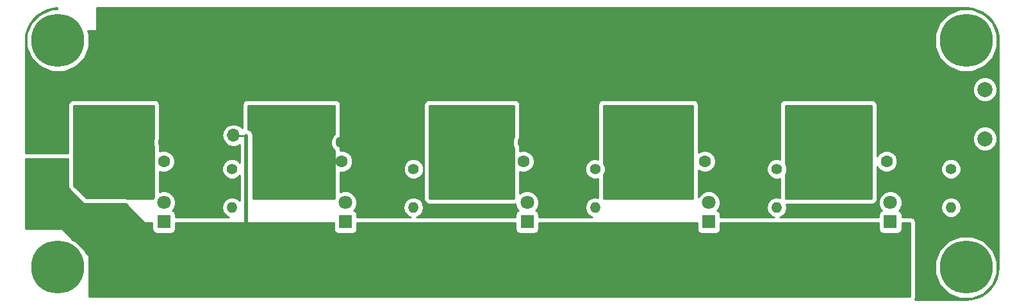
<source format=gbr>
G04 #@! TF.GenerationSoftware,KiCad,Pcbnew,5.0.2+dfsg1-1*
G04 #@! TF.CreationDate,2020-06-21T14:15:28-04:00*
G04 #@! TF.ProjectId,powerpoledist,706f7765-7270-46f6-9c65-646973742e6b,rev?*
G04 #@! TF.SameCoordinates,Original*
G04 #@! TF.FileFunction,Copper,L2,Bot*
G04 #@! TF.FilePolarity,Positive*
%FSLAX46Y46*%
G04 Gerber Fmt 4.6, Leading zero omitted, Abs format (unit mm)*
G04 Created by KiCad (PCBNEW 5.0.2+dfsg1-1) date Sun 21 Jun 2020 02:15:28 PM EDT*
%MOMM*%
%LPD*%
G01*
G04 APERTURE LIST*
G04 #@! TA.AperFunction,ComponentPad*
%ADD10O,5.550000X2.100000*%
G04 #@! TD*
G04 #@! TA.AperFunction,ComponentPad*
%ADD11O,2.250000X3.200000*%
G04 #@! TD*
G04 #@! TA.AperFunction,ComponentPad*
%ADD12C,1.800000*%
G04 #@! TD*
G04 #@! TA.AperFunction,ComponentPad*
%ADD13R,1.800000X1.800000*%
G04 #@! TD*
G04 #@! TA.AperFunction,ComponentPad*
%ADD14O,1.400000X1.400000*%
G04 #@! TD*
G04 #@! TA.AperFunction,ComponentPad*
%ADD15C,1.400000*%
G04 #@! TD*
G04 #@! TA.AperFunction,ComponentPad*
%ADD16C,2.000000*%
G04 #@! TD*
G04 #@! TA.AperFunction,ComponentPad*
%ADD17C,1.600000*%
G04 #@! TD*
G04 #@! TA.AperFunction,ComponentPad*
%ADD18C,7.000000*%
G04 #@! TD*
G04 #@! TA.AperFunction,ComponentPad*
%ADD19C,0.800000*%
G04 #@! TD*
G04 #@! TA.AperFunction,ComponentPad*
%ADD20R,1.700000X1.700000*%
G04 #@! TD*
G04 #@! TA.AperFunction,ComponentPad*
%ADD21O,1.700000X1.700000*%
G04 #@! TD*
G04 #@! TA.AperFunction,ViaPad*
%ADD22C,0.800000*%
G04 #@! TD*
G04 #@! TA.AperFunction,Conductor*
%ADD23C,0.500000*%
G04 #@! TD*
G04 #@! TA.AperFunction,Conductor*
%ADD24C,0.250000*%
G04 #@! TD*
G04 #@! TA.AperFunction,Conductor*
%ADD25C,0.254000*%
G04 #@! TD*
G04 APERTURE END LIST*
D10*
G04 #@! TO.P,J1,2*
G04 #@! TO.N,GND*
X102700000Y-63200000D03*
G04 #@! TO.P,J1,1*
G04 #@! TO.N,Net-(C1-Pad1)*
X94800000Y-63200000D03*
G04 #@! TD*
G04 #@! TO.P,J2,2*
G04 #@! TO.N,GND*
X126400000Y-63200000D03*
G04 #@! TO.P,J2,1*
G04 #@! TO.N,Net-(C3-Pad1)*
X118500000Y-63200000D03*
G04 #@! TD*
G04 #@! TO.P,J3,2*
G04 #@! TO.N,GND*
X150100000Y-63200000D03*
G04 #@! TO.P,J3,1*
G04 #@! TO.N,Net-(C5-Pad1)*
X142200000Y-63200000D03*
G04 #@! TD*
G04 #@! TO.P,J4,2*
G04 #@! TO.N,GND*
X173800000Y-63200000D03*
G04 #@! TO.P,J4,1*
G04 #@! TO.N,Net-(C7-Pad1)*
X165900000Y-63200000D03*
G04 #@! TD*
G04 #@! TO.P,J5,2*
G04 #@! TO.N,GND*
X197500000Y-63200000D03*
G04 #@! TO.P,J5,1*
G04 #@! TO.N,Net-(C10-Pad1)*
X189600000Y-63200000D03*
G04 #@! TD*
D11*
G04 #@! TO.P,F1,2*
G04 #@! TO.N,+12V*
X92600000Y-80830000D03*
X96000000Y-80830000D03*
G04 #@! TO.P,F1,1*
G04 #@! TO.N,Net-(C1-Pad1)*
X92600000Y-71100000D03*
X96000000Y-71100000D03*
G04 #@! TD*
G04 #@! TO.P,F2,2*
G04 #@! TO.N,+12V*
X116600000Y-80730000D03*
X120000000Y-80730000D03*
G04 #@! TO.P,F2,1*
G04 #@! TO.N,Net-(C3-Pad1)*
X116600000Y-71000000D03*
X120000000Y-71000000D03*
G04 #@! TD*
G04 #@! TO.P,F3,2*
G04 #@! TO.N,+12V*
X140600000Y-80730000D03*
X144000000Y-80730000D03*
G04 #@! TO.P,F3,1*
G04 #@! TO.N,Net-(C5-Pad1)*
X140600000Y-71000000D03*
X144000000Y-71000000D03*
G04 #@! TD*
G04 #@! TO.P,F4,2*
G04 #@! TO.N,+12V*
X164600000Y-80730000D03*
X168000000Y-80730000D03*
G04 #@! TO.P,F4,1*
G04 #@! TO.N,Net-(C7-Pad1)*
X164600000Y-71000000D03*
X168000000Y-71000000D03*
G04 #@! TD*
G04 #@! TO.P,F5,2*
G04 #@! TO.N,+12V*
X188600000Y-80730000D03*
X192000000Y-80730000D03*
G04 #@! TO.P,F5,1*
G04 #@! TO.N,Net-(C10-Pad1)*
X188600000Y-71000000D03*
X192000000Y-71000000D03*
G04 #@! TD*
D12*
G04 #@! TO.P,D4,2*
G04 #@! TO.N,Net-(D3-Pad2)*
X124000000Y-74460000D03*
D13*
G04 #@! TO.P,D4,1*
G04 #@! TO.N,Net-(D1-Pad1)*
X124000000Y-77000000D03*
G04 #@! TD*
G04 #@! TO.P,D10,1*
G04 #@! TO.N,Net-(D1-Pad1)*
X196000000Y-77000000D03*
D12*
G04 #@! TO.P,D10,2*
G04 #@! TO.N,Net-(D10-Pad2)*
X196000000Y-74460000D03*
G04 #@! TD*
D13*
G04 #@! TO.P,D2,1*
G04 #@! TO.N,Net-(D1-Pad1)*
X100000000Y-77000000D03*
D12*
G04 #@! TO.P,D2,2*
G04 #@! TO.N,Net-(D1-Pad2)*
X100000000Y-74460000D03*
G04 #@! TD*
G04 #@! TO.P,D6,2*
G04 #@! TO.N,Net-(D5-Pad2)*
X148000000Y-74460000D03*
D13*
G04 #@! TO.P,D6,1*
G04 #@! TO.N,Net-(D1-Pad1)*
X148000000Y-77000000D03*
G04 #@! TD*
G04 #@! TO.P,D8,1*
G04 #@! TO.N,Net-(D1-Pad1)*
X172000000Y-77000000D03*
D12*
G04 #@! TO.P,D8,2*
G04 #@! TO.N,Net-(D7-Pad2)*
X172000000Y-74460000D03*
G04 #@! TD*
D14*
G04 #@! TO.P,R2,2*
G04 #@! TO.N,Net-(D1-Pad2)*
X109000000Y-75080000D03*
D15*
G04 #@! TO.P,R2,1*
G04 #@! TO.N,Net-(C1-Pad1)*
X109000000Y-70000000D03*
G04 #@! TD*
G04 #@! TO.P,R4,1*
G04 #@! TO.N,Net-(C3-Pad1)*
X133000000Y-70000000D03*
D14*
G04 #@! TO.P,R4,2*
G04 #@! TO.N,Net-(D3-Pad2)*
X133000000Y-75080000D03*
G04 #@! TD*
D15*
G04 #@! TO.P,R6,1*
G04 #@! TO.N,Net-(C5-Pad1)*
X157000000Y-70000000D03*
D14*
G04 #@! TO.P,R6,2*
G04 #@! TO.N,Net-(D5-Pad2)*
X157000000Y-75080000D03*
G04 #@! TD*
G04 #@! TO.P,R8,2*
G04 #@! TO.N,Net-(D7-Pad2)*
X181000000Y-75080000D03*
D15*
G04 #@! TO.P,R8,1*
G04 #@! TO.N,Net-(C7-Pad1)*
X181000000Y-70000000D03*
G04 #@! TD*
G04 #@! TO.P,R10,1*
G04 #@! TO.N,Net-(C10-Pad1)*
X204000000Y-70000000D03*
D14*
G04 #@! TO.P,R10,2*
G04 #@! TO.N,Net-(D10-Pad2)*
X204000000Y-75080000D03*
G04 #@! TD*
D16*
G04 #@! TO.P,SW1,2*
G04 #@! TO.N,Net-(D1-Pad1)*
X208500000Y-66000000D03*
G04 #@! TO.P,SW1,1*
G04 #@! TO.N,GND*
X204000000Y-66000000D03*
G04 #@! TO.P,SW1,2*
G04 #@! TO.N,Net-(D1-Pad1)*
X208500000Y-59500000D03*
G04 #@! TO.P,SW1,1*
G04 #@! TO.N,GND*
X204000000Y-59500000D03*
G04 #@! TD*
D17*
G04 #@! TO.P,C2,2*
G04 #@! TO.N,GND*
X100000000Y-66500000D03*
G04 #@! TO.P,C2,1*
G04 #@! TO.N,Net-(C1-Pad1)*
X100000000Y-69000000D03*
G04 #@! TD*
G04 #@! TO.P,C4,1*
G04 #@! TO.N,Net-(C3-Pad1)*
X123500000Y-69000000D03*
G04 #@! TO.P,C4,2*
G04 #@! TO.N,GND*
X123500000Y-66500000D03*
G04 #@! TD*
G04 #@! TO.P,C6,2*
G04 #@! TO.N,GND*
X147500000Y-66500000D03*
G04 #@! TO.P,C6,1*
G04 #@! TO.N,Net-(C5-Pad1)*
X147500000Y-69000000D03*
G04 #@! TD*
G04 #@! TO.P,C8,1*
G04 #@! TO.N,Net-(C7-Pad1)*
X171500000Y-69000000D03*
G04 #@! TO.P,C8,2*
G04 #@! TO.N,GND*
X171500000Y-66500000D03*
G04 #@! TD*
G04 #@! TO.P,C10,1*
G04 #@! TO.N,Net-(C10-Pad1)*
X195500000Y-69000000D03*
G04 #@! TO.P,C10,2*
G04 #@! TO.N,GND*
X195500000Y-66500000D03*
G04 #@! TD*
D18*
G04 #@! TO.P,H1,1*
G04 #@! TO.N,N/C*
X86000000Y-83000000D03*
D19*
X88625000Y-83000000D03*
X87856155Y-84856155D03*
X86000000Y-85625000D03*
X84143845Y-84856155D03*
X83375000Y-83000000D03*
X84143845Y-81143845D03*
X86000000Y-80375000D03*
X87856155Y-81143845D03*
G04 #@! TD*
G04 #@! TO.P,H2,1*
G04 #@! TO.N,N/C*
X207856155Y-51143845D03*
X206000000Y-50375000D03*
X204143845Y-51143845D03*
X203375000Y-53000000D03*
X204143845Y-54856155D03*
X206000000Y-55625000D03*
X207856155Y-54856155D03*
X208625000Y-53000000D03*
D18*
X206000000Y-53000000D03*
G04 #@! TD*
D19*
G04 #@! TO.P,H3,1*
G04 #@! TO.N,N/C*
X207856155Y-81143845D03*
X206000000Y-80375000D03*
X204143845Y-81143845D03*
X203375000Y-83000000D03*
X204143845Y-84856155D03*
X206000000Y-85625000D03*
X207856155Y-84856155D03*
X208625000Y-83000000D03*
D18*
X206000000Y-83000000D03*
G04 #@! TD*
G04 #@! TO.P,H4,1*
G04 #@! TO.N,Net-(H4-Pad1)*
X86000000Y-53000000D03*
D19*
X88625000Y-53000000D03*
X87856155Y-54856155D03*
X86000000Y-55625000D03*
X84143845Y-54856155D03*
X83375000Y-53000000D03*
X84143845Y-51143845D03*
X86000000Y-50375000D03*
X87856155Y-51143845D03*
G04 #@! TD*
D20*
G04 #@! TO.P,J101,1*
G04 #@! TO.N,GND*
X109200000Y-63000000D03*
D21*
G04 #@! TO.P,J101,2*
G04 #@! TO.N,+12V*
X109200000Y-65540000D03*
G04 #@! TD*
D22*
G04 #@! TO.N,GND*
X88600000Y-58000000D03*
G04 #@! TD*
D23*
G04 #@! TO.N,+12V*
X116600000Y-80730000D02*
X112330000Y-80730000D01*
X112330000Y-80730000D02*
X110900000Y-79300000D01*
X110900000Y-79300000D02*
X110900000Y-65600000D01*
D24*
X110900000Y-65600000D02*
X109300000Y-65600000D01*
G04 #@! TD*
D25*
G04 #@! TO.N,Net-(C1-Pad1)*
G36*
X98673000Y-65953826D02*
X98565000Y-66214561D01*
X98565000Y-66785439D01*
X98673000Y-67046174D01*
X98673000Y-73652514D01*
X98581672Y-73873000D01*
X95040219Y-73873000D01*
X95000000Y-73865000D01*
X89763026Y-73865000D01*
X88135000Y-72236974D01*
X88135000Y-68500000D01*
X88127000Y-68459781D01*
X88127000Y-61627000D01*
X98673000Y-61627000D01*
X98673000Y-65953826D01*
X98673000Y-65953826D01*
G37*
X98673000Y-65953826D02*
X98565000Y-66214561D01*
X98565000Y-66785439D01*
X98673000Y-67046174D01*
X98673000Y-73652514D01*
X98581672Y-73873000D01*
X95040219Y-73873000D01*
X95000000Y-73865000D01*
X89763026Y-73865000D01*
X88135000Y-72236974D01*
X88135000Y-68500000D01*
X88127000Y-68459781D01*
X88127000Y-61627000D01*
X98673000Y-61627000D01*
X98673000Y-65953826D01*
G04 #@! TO.N,Net-(C3-Pad1)*
G36*
X122573000Y-65397604D02*
X122283466Y-65687138D01*
X122065000Y-66214561D01*
X122065000Y-66785439D01*
X122283466Y-67312862D01*
X122573000Y-67602396D01*
X122573000Y-73893935D01*
X122572006Y-73896334D01*
X111785000Y-73896334D01*
X111785000Y-65512835D01*
X111733652Y-65254690D01*
X111538049Y-64961951D01*
X111245310Y-64766348D01*
X111127000Y-64742815D01*
X111127000Y-61627000D01*
X122573000Y-61627000D01*
X122573000Y-65397604D01*
X122573000Y-65397604D01*
G37*
X122573000Y-65397604D02*
X122283466Y-65687138D01*
X122065000Y-66214561D01*
X122065000Y-66785439D01*
X122283466Y-67312862D01*
X122573000Y-67602396D01*
X122573000Y-73893935D01*
X122572006Y-73896334D01*
X111785000Y-73896334D01*
X111785000Y-65512835D01*
X111733652Y-65254690D01*
X111538049Y-64961951D01*
X111245310Y-64766348D01*
X111127000Y-64742815D01*
X111127000Y-61627000D01*
X122573000Y-61627000D01*
X122573000Y-65397604D01*
G04 #@! TO.N,Net-(C5-Pad1)*
G36*
X146273000Y-65712405D02*
X146065000Y-66214561D01*
X146065000Y-66785439D01*
X146273000Y-67287595D01*
X146273000Y-73873000D01*
X135127000Y-73873000D01*
X135127000Y-61627000D01*
X146273000Y-61627000D01*
X146273000Y-65712405D01*
X146273000Y-65712405D01*
G37*
X146273000Y-65712405D02*
X146065000Y-66214561D01*
X146065000Y-66785439D01*
X146273000Y-67287595D01*
X146273000Y-73873000D01*
X135127000Y-73873000D01*
X135127000Y-61627000D01*
X146273000Y-61627000D01*
X146273000Y-65712405D01*
G04 #@! TO.N,Net-(C7-Pad1)*
G36*
X169873000Y-73873000D02*
X158127000Y-73873000D01*
X158127000Y-70760975D01*
X158131758Y-70756217D01*
X158335000Y-70265548D01*
X158335000Y-69734452D01*
X158131758Y-69243783D01*
X158127000Y-69239025D01*
X158127000Y-61627000D01*
X169873000Y-61627000D01*
X169873000Y-73873000D01*
X169873000Y-73873000D01*
G37*
X169873000Y-73873000D02*
X158127000Y-73873000D01*
X158127000Y-70760975D01*
X158131758Y-70756217D01*
X158335000Y-70265548D01*
X158335000Y-69734452D01*
X158131758Y-69243783D01*
X158127000Y-69239025D01*
X158127000Y-61627000D01*
X169873000Y-61627000D01*
X169873000Y-73873000D01*
G04 #@! TO.N,Net-(C10-Pad1)*
G36*
X193473000Y-73914509D02*
X182127000Y-73914509D01*
X182127000Y-70760975D01*
X182131758Y-70756217D01*
X182335000Y-70265548D01*
X182335000Y-69734452D01*
X182131758Y-69243783D01*
X182127000Y-69239025D01*
X182127000Y-61627000D01*
X193473000Y-61627000D01*
X193473000Y-73914509D01*
X193473000Y-73914509D01*
G37*
X193473000Y-73914509D02*
X182127000Y-73914509D01*
X182127000Y-70760975D01*
X182131758Y-70756217D01*
X182335000Y-70265548D01*
X182335000Y-69734452D01*
X182131758Y-69243783D01*
X182127000Y-69239025D01*
X182127000Y-61627000D01*
X193473000Y-61627000D01*
X193473000Y-73914509D01*
G04 #@! TO.N,+12V*
G36*
X87373000Y-72500000D02*
X87382667Y-72548601D01*
X87410197Y-72589803D01*
X89410197Y-74589803D01*
X89451399Y-74617333D01*
X89500000Y-74627000D01*
X94947394Y-74627000D01*
X97410197Y-77089803D01*
X97451399Y-77117333D01*
X97500000Y-77127000D01*
X98452560Y-77127000D01*
X98452560Y-77900000D01*
X98501843Y-78147765D01*
X98642191Y-78357809D01*
X98852235Y-78498157D01*
X99100000Y-78547440D01*
X100900000Y-78547440D01*
X101147765Y-78498157D01*
X101357809Y-78357809D01*
X101498157Y-78147765D01*
X101547440Y-77900000D01*
X101547440Y-77127000D01*
X122452560Y-77127000D01*
X122452560Y-77900000D01*
X122501843Y-78147765D01*
X122642191Y-78357809D01*
X122852235Y-78498157D01*
X123100000Y-78547440D01*
X124900000Y-78547440D01*
X125147765Y-78498157D01*
X125357809Y-78357809D01*
X125498157Y-78147765D01*
X125547440Y-77900000D01*
X125547440Y-77127000D01*
X146452560Y-77127000D01*
X146452560Y-77900000D01*
X146501843Y-78147765D01*
X146642191Y-78357809D01*
X146852235Y-78498157D01*
X147100000Y-78547440D01*
X148900000Y-78547440D01*
X149147765Y-78498157D01*
X149357809Y-78357809D01*
X149498157Y-78147765D01*
X149547440Y-77900000D01*
X149547440Y-77127000D01*
X170452560Y-77127000D01*
X170452560Y-77900000D01*
X170501843Y-78147765D01*
X170642191Y-78357809D01*
X170852235Y-78498157D01*
X171100000Y-78547440D01*
X172900000Y-78547440D01*
X173147765Y-78498157D01*
X173357809Y-78357809D01*
X173498157Y-78147765D01*
X173547440Y-77900000D01*
X173547440Y-77127000D01*
X194452560Y-77127000D01*
X194452560Y-77900000D01*
X194501843Y-78147765D01*
X194642191Y-78357809D01*
X194852235Y-78498157D01*
X195100000Y-78547440D01*
X196900000Y-78547440D01*
X197147765Y-78498157D01*
X197357809Y-78357809D01*
X197498157Y-78147765D01*
X197547440Y-77900000D01*
X197547440Y-77127000D01*
X198591485Y-77127000D01*
X198591485Y-86873000D01*
X90127000Y-86873000D01*
X90127000Y-83841817D01*
X90135000Y-83822503D01*
X90135000Y-82177497D01*
X90127000Y-82158183D01*
X90127000Y-81500000D01*
X90117333Y-81451399D01*
X90089803Y-81410197D01*
X89624395Y-80944789D01*
X89505483Y-80657711D01*
X88342289Y-79494517D01*
X88055211Y-79375605D01*
X86589803Y-77910197D01*
X86548601Y-77882667D01*
X86500000Y-77873000D01*
X81710000Y-77873000D01*
X81710000Y-68627000D01*
X87373000Y-68627000D01*
X87373000Y-72500000D01*
X87373000Y-72500000D01*
G37*
X87373000Y-72500000D02*
X87382667Y-72548601D01*
X87410197Y-72589803D01*
X89410197Y-74589803D01*
X89451399Y-74617333D01*
X89500000Y-74627000D01*
X94947394Y-74627000D01*
X97410197Y-77089803D01*
X97451399Y-77117333D01*
X97500000Y-77127000D01*
X98452560Y-77127000D01*
X98452560Y-77900000D01*
X98501843Y-78147765D01*
X98642191Y-78357809D01*
X98852235Y-78498157D01*
X99100000Y-78547440D01*
X100900000Y-78547440D01*
X101147765Y-78498157D01*
X101357809Y-78357809D01*
X101498157Y-78147765D01*
X101547440Y-77900000D01*
X101547440Y-77127000D01*
X122452560Y-77127000D01*
X122452560Y-77900000D01*
X122501843Y-78147765D01*
X122642191Y-78357809D01*
X122852235Y-78498157D01*
X123100000Y-78547440D01*
X124900000Y-78547440D01*
X125147765Y-78498157D01*
X125357809Y-78357809D01*
X125498157Y-78147765D01*
X125547440Y-77900000D01*
X125547440Y-77127000D01*
X146452560Y-77127000D01*
X146452560Y-77900000D01*
X146501843Y-78147765D01*
X146642191Y-78357809D01*
X146852235Y-78498157D01*
X147100000Y-78547440D01*
X148900000Y-78547440D01*
X149147765Y-78498157D01*
X149357809Y-78357809D01*
X149498157Y-78147765D01*
X149547440Y-77900000D01*
X149547440Y-77127000D01*
X170452560Y-77127000D01*
X170452560Y-77900000D01*
X170501843Y-78147765D01*
X170642191Y-78357809D01*
X170852235Y-78498157D01*
X171100000Y-78547440D01*
X172900000Y-78547440D01*
X173147765Y-78498157D01*
X173357809Y-78357809D01*
X173498157Y-78147765D01*
X173547440Y-77900000D01*
X173547440Y-77127000D01*
X194452560Y-77127000D01*
X194452560Y-77900000D01*
X194501843Y-78147765D01*
X194642191Y-78357809D01*
X194852235Y-78498157D01*
X195100000Y-78547440D01*
X196900000Y-78547440D01*
X197147765Y-78498157D01*
X197357809Y-78357809D01*
X197498157Y-78147765D01*
X197547440Y-77900000D01*
X197547440Y-77127000D01*
X198591485Y-77127000D01*
X198591485Y-86873000D01*
X90127000Y-86873000D01*
X90127000Y-83841817D01*
X90135000Y-83822503D01*
X90135000Y-82177497D01*
X90127000Y-82158183D01*
X90127000Y-81500000D01*
X90117333Y-81451399D01*
X90089803Y-81410197D01*
X89624395Y-80944789D01*
X89505483Y-80657711D01*
X88342289Y-79494517D01*
X88055211Y-79375605D01*
X86589803Y-77910197D01*
X86548601Y-77882667D01*
X86500000Y-77873000D01*
X81710000Y-77873000D01*
X81710000Y-68627000D01*
X87373000Y-68627000D01*
X87373000Y-72500000D01*
G04 #@! TO.N,GND*
G36*
X206759192Y-48780578D02*
X207494389Y-48981705D01*
X208182351Y-49309846D01*
X208801331Y-49754628D01*
X209331761Y-50301988D01*
X209756884Y-50934639D01*
X210063251Y-51632561D01*
X210242499Y-52379183D01*
X210290000Y-53026030D01*
X210290001Y-82968370D01*
X210219422Y-83759193D01*
X210018295Y-84494389D01*
X209690152Y-85182355D01*
X209245374Y-85801328D01*
X208698012Y-86331761D01*
X208065362Y-86756883D01*
X207367439Y-87063251D01*
X206620819Y-87242499D01*
X205973970Y-87290000D01*
X199273747Y-87290000D01*
X199305149Y-87243004D01*
X199353485Y-87000000D01*
X199353485Y-82177497D01*
X201865000Y-82177497D01*
X201865000Y-83822503D01*
X202494517Y-85342289D01*
X203657711Y-86505483D01*
X205177497Y-87135000D01*
X206822503Y-87135000D01*
X208342289Y-86505483D01*
X209505483Y-85342289D01*
X210135000Y-83822503D01*
X210135000Y-82177497D01*
X209505483Y-80657711D01*
X208342289Y-79494517D01*
X206822503Y-78865000D01*
X205177497Y-78865000D01*
X203657711Y-79494517D01*
X202494517Y-80657711D01*
X201865000Y-82177497D01*
X199353485Y-82177497D01*
X199353485Y-77000000D01*
X199305149Y-76756996D01*
X199167498Y-76550987D01*
X198961489Y-76413336D01*
X198718485Y-76365000D01*
X197547440Y-76365000D01*
X197547440Y-76100000D01*
X197498157Y-75852235D01*
X197357809Y-75642191D01*
X197147765Y-75501843D01*
X197132092Y-75498725D01*
X197301310Y-75329507D01*
X197404659Y-75080000D01*
X202638846Y-75080000D01*
X202742458Y-75600891D01*
X203037519Y-76042481D01*
X203479109Y-76337542D01*
X203868515Y-76415000D01*
X204131485Y-76415000D01*
X204520891Y-76337542D01*
X204962481Y-76042481D01*
X205257542Y-75600891D01*
X205361154Y-75080000D01*
X205257542Y-74559109D01*
X204962481Y-74117519D01*
X204520891Y-73822458D01*
X204131485Y-73745000D01*
X203868515Y-73745000D01*
X203479109Y-73822458D01*
X203037519Y-74117519D01*
X202742458Y-74559109D01*
X202638846Y-75080000D01*
X197404659Y-75080000D01*
X197535000Y-74765330D01*
X197535000Y-74154670D01*
X197301310Y-73590493D01*
X196869507Y-73158690D01*
X196305330Y-72925000D01*
X195694670Y-72925000D01*
X195130493Y-73158690D01*
X194698690Y-73590493D01*
X194465000Y-74154670D01*
X194465000Y-74765330D01*
X194698690Y-75329507D01*
X194867908Y-75498725D01*
X194852235Y-75501843D01*
X194642191Y-75642191D01*
X194501843Y-75852235D01*
X194452560Y-76100000D01*
X194452560Y-76365000D01*
X181382851Y-76365000D01*
X181520891Y-76337542D01*
X181962481Y-76042481D01*
X182257542Y-75600891D01*
X182361154Y-75080000D01*
X182280894Y-74676509D01*
X193600000Y-74676509D01*
X193843004Y-74628173D01*
X194049013Y-74490522D01*
X194186664Y-74284513D01*
X194235000Y-74041509D01*
X194235000Y-69695855D01*
X194283466Y-69812862D01*
X194687138Y-70216534D01*
X195214561Y-70435000D01*
X195785439Y-70435000D01*
X196312862Y-70216534D01*
X196716534Y-69812862D01*
X196749012Y-69734452D01*
X202665000Y-69734452D01*
X202665000Y-70265548D01*
X202868242Y-70756217D01*
X203243783Y-71131758D01*
X203734452Y-71335000D01*
X204265548Y-71335000D01*
X204756217Y-71131758D01*
X205131758Y-70756217D01*
X205335000Y-70265548D01*
X205335000Y-69734452D01*
X205131758Y-69243783D01*
X204756217Y-68868242D01*
X204265548Y-68665000D01*
X203734452Y-68665000D01*
X203243783Y-68868242D01*
X202868242Y-69243783D01*
X202665000Y-69734452D01*
X196749012Y-69734452D01*
X196935000Y-69285439D01*
X196935000Y-68714561D01*
X196716534Y-68187138D01*
X196312862Y-67783466D01*
X195785439Y-67565000D01*
X195214561Y-67565000D01*
X194687138Y-67783466D01*
X194283466Y-68187138D01*
X194235000Y-68304145D01*
X194235000Y-65674778D01*
X206865000Y-65674778D01*
X206865000Y-66325222D01*
X207113914Y-66926153D01*
X207573847Y-67386086D01*
X208174778Y-67635000D01*
X208825222Y-67635000D01*
X209426153Y-67386086D01*
X209886086Y-66926153D01*
X210135000Y-66325222D01*
X210135000Y-65674778D01*
X209886086Y-65073847D01*
X209426153Y-64613914D01*
X208825222Y-64365000D01*
X208174778Y-64365000D01*
X207573847Y-64613914D01*
X207113914Y-65073847D01*
X206865000Y-65674778D01*
X194235000Y-65674778D01*
X194235000Y-61500000D01*
X194186664Y-61256996D01*
X194049013Y-61050987D01*
X193843004Y-60913336D01*
X193600000Y-60865000D01*
X182000000Y-60865000D01*
X181756996Y-60913336D01*
X181550987Y-61050987D01*
X181413336Y-61256996D01*
X181365000Y-61500000D01*
X181365000Y-68706194D01*
X181265548Y-68665000D01*
X180734452Y-68665000D01*
X180243783Y-68868242D01*
X179868242Y-69243783D01*
X179665000Y-69734452D01*
X179665000Y-70265548D01*
X179868242Y-70756217D01*
X180243783Y-71131758D01*
X180734452Y-71335000D01*
X181265548Y-71335000D01*
X181365000Y-71293806D01*
X181365000Y-73791449D01*
X181131485Y-73745000D01*
X180868515Y-73745000D01*
X180479109Y-73822458D01*
X180037519Y-74117519D01*
X179742458Y-74559109D01*
X179638846Y-75080000D01*
X179742458Y-75600891D01*
X180037519Y-76042481D01*
X180479109Y-76337542D01*
X180617149Y-76365000D01*
X173547440Y-76365000D01*
X173547440Y-76100000D01*
X173498157Y-75852235D01*
X173357809Y-75642191D01*
X173147765Y-75501843D01*
X173132092Y-75498725D01*
X173301310Y-75329507D01*
X173535000Y-74765330D01*
X173535000Y-74154670D01*
X173301310Y-73590493D01*
X172869507Y-73158690D01*
X172305330Y-72925000D01*
X171694670Y-72925000D01*
X171130493Y-73158690D01*
X170698690Y-73590493D01*
X170635000Y-73744254D01*
X170635000Y-70164396D01*
X170687138Y-70216534D01*
X171214561Y-70435000D01*
X171785439Y-70435000D01*
X172312862Y-70216534D01*
X172716534Y-69812862D01*
X172935000Y-69285439D01*
X172935000Y-68714561D01*
X172716534Y-68187138D01*
X172312862Y-67783466D01*
X171785439Y-67565000D01*
X171214561Y-67565000D01*
X170687138Y-67783466D01*
X170635000Y-67835604D01*
X170635000Y-61500000D01*
X170586664Y-61256996D01*
X170449013Y-61050987D01*
X170243004Y-60913336D01*
X170000000Y-60865000D01*
X158000000Y-60865000D01*
X157756996Y-60913336D01*
X157550987Y-61050987D01*
X157413336Y-61256996D01*
X157365000Y-61500000D01*
X157365000Y-68706194D01*
X157265548Y-68665000D01*
X156734452Y-68665000D01*
X156243783Y-68868242D01*
X155868242Y-69243783D01*
X155665000Y-69734452D01*
X155665000Y-70265548D01*
X155868242Y-70756217D01*
X156243783Y-71131758D01*
X156734452Y-71335000D01*
X157265548Y-71335000D01*
X157365000Y-71293806D01*
X157365000Y-73791449D01*
X157131485Y-73745000D01*
X156868515Y-73745000D01*
X156479109Y-73822458D01*
X156037519Y-74117519D01*
X155742458Y-74559109D01*
X155638846Y-75080000D01*
X155742458Y-75600891D01*
X156037519Y-76042481D01*
X156479109Y-76337542D01*
X156617149Y-76365000D01*
X149547440Y-76365000D01*
X149547440Y-76100000D01*
X149498157Y-75852235D01*
X149357809Y-75642191D01*
X149147765Y-75501843D01*
X149132092Y-75498725D01*
X149301310Y-75329507D01*
X149535000Y-74765330D01*
X149535000Y-74154670D01*
X149301310Y-73590493D01*
X148869507Y-73158690D01*
X148305330Y-72925000D01*
X147694670Y-72925000D01*
X147130493Y-73158690D01*
X147035000Y-73254183D01*
X147035000Y-70360623D01*
X147214561Y-70435000D01*
X147785439Y-70435000D01*
X148312862Y-70216534D01*
X148716534Y-69812862D01*
X148935000Y-69285439D01*
X148935000Y-68714561D01*
X148716534Y-68187138D01*
X148312862Y-67783466D01*
X147785439Y-67565000D01*
X147214561Y-67565000D01*
X147035000Y-67639377D01*
X147035000Y-61500000D01*
X146986664Y-61256996D01*
X146849013Y-61050987D01*
X146643004Y-60913336D01*
X146400000Y-60865000D01*
X135000000Y-60865000D01*
X134756996Y-60913336D01*
X134550987Y-61050987D01*
X134413336Y-61256996D01*
X134365000Y-61500000D01*
X134365000Y-74000000D01*
X134413336Y-74243004D01*
X134550987Y-74449013D01*
X134756996Y-74586664D01*
X135000000Y-74635000D01*
X146400000Y-74635000D01*
X146465000Y-74622071D01*
X146465000Y-74765330D01*
X146698690Y-75329507D01*
X146867908Y-75498725D01*
X146852235Y-75501843D01*
X146642191Y-75642191D01*
X146501843Y-75852235D01*
X146452560Y-76100000D01*
X146452560Y-76365000D01*
X133382851Y-76365000D01*
X133520891Y-76337542D01*
X133962481Y-76042481D01*
X134257542Y-75600891D01*
X134361154Y-75080000D01*
X134257542Y-74559109D01*
X133962481Y-74117519D01*
X133520891Y-73822458D01*
X133131485Y-73745000D01*
X132868515Y-73745000D01*
X132479109Y-73822458D01*
X132037519Y-74117519D01*
X131742458Y-74559109D01*
X131638846Y-75080000D01*
X131742458Y-75600891D01*
X132037519Y-76042481D01*
X132479109Y-76337542D01*
X132617149Y-76365000D01*
X125547440Y-76365000D01*
X125547440Y-76100000D01*
X125498157Y-75852235D01*
X125357809Y-75642191D01*
X125147765Y-75501843D01*
X125132092Y-75498725D01*
X125301310Y-75329507D01*
X125535000Y-74765330D01*
X125535000Y-74154670D01*
X125301310Y-73590493D01*
X124869507Y-73158690D01*
X124305330Y-72925000D01*
X123694670Y-72925000D01*
X123335000Y-73073980D01*
X123335000Y-70435000D01*
X123785439Y-70435000D01*
X124312862Y-70216534D01*
X124716534Y-69812862D01*
X124749012Y-69734452D01*
X131665000Y-69734452D01*
X131665000Y-70265548D01*
X131868242Y-70756217D01*
X132243783Y-71131758D01*
X132734452Y-71335000D01*
X133265548Y-71335000D01*
X133756217Y-71131758D01*
X134131758Y-70756217D01*
X134335000Y-70265548D01*
X134335000Y-69734452D01*
X134131758Y-69243783D01*
X133756217Y-68868242D01*
X133265548Y-68665000D01*
X132734452Y-68665000D01*
X132243783Y-68868242D01*
X131868242Y-69243783D01*
X131665000Y-69734452D01*
X124749012Y-69734452D01*
X124935000Y-69285439D01*
X124935000Y-68714561D01*
X124716534Y-68187138D01*
X124312862Y-67783466D01*
X123785439Y-67565000D01*
X123335000Y-67565000D01*
X123335000Y-61500000D01*
X123286664Y-61256996D01*
X123149013Y-61050987D01*
X122943004Y-60913336D01*
X122700000Y-60865000D01*
X111000000Y-60865000D01*
X110756996Y-60913336D01*
X110550987Y-61050987D01*
X110413336Y-61256996D01*
X110365000Y-61500000D01*
X110365000Y-64610617D01*
X110270625Y-64469375D01*
X109779418Y-64141161D01*
X109346256Y-64055000D01*
X109053744Y-64055000D01*
X108620582Y-64141161D01*
X108129375Y-64469375D01*
X107801161Y-64960582D01*
X107685908Y-65540000D01*
X107801161Y-66119418D01*
X108129375Y-66610625D01*
X108620582Y-66938839D01*
X109053744Y-67025000D01*
X109346256Y-67025000D01*
X109779418Y-66938839D01*
X110015001Y-66781428D01*
X110015001Y-69127026D01*
X109756217Y-68868242D01*
X109265548Y-68665000D01*
X108734452Y-68665000D01*
X108243783Y-68868242D01*
X107868242Y-69243783D01*
X107665000Y-69734452D01*
X107665000Y-70265548D01*
X107868242Y-70756217D01*
X108243783Y-71131758D01*
X108734452Y-71335000D01*
X109265548Y-71335000D01*
X109756217Y-71131758D01*
X110015001Y-70872974D01*
X110015000Y-74196120D01*
X109962481Y-74117519D01*
X109520891Y-73822458D01*
X109131485Y-73745000D01*
X108868515Y-73745000D01*
X108479109Y-73822458D01*
X108037519Y-74117519D01*
X107742458Y-74559109D01*
X107638846Y-75080000D01*
X107742458Y-75600891D01*
X108037519Y-76042481D01*
X108479109Y-76337542D01*
X108617149Y-76365000D01*
X101547440Y-76365000D01*
X101547440Y-76100000D01*
X101498157Y-75852235D01*
X101357809Y-75642191D01*
X101147765Y-75501843D01*
X101132092Y-75498725D01*
X101301310Y-75329507D01*
X101535000Y-74765330D01*
X101535000Y-74154670D01*
X101301310Y-73590493D01*
X100869507Y-73158690D01*
X100305330Y-72925000D01*
X99694670Y-72925000D01*
X99435000Y-73032559D01*
X99435000Y-70319202D01*
X99714561Y-70435000D01*
X100285439Y-70435000D01*
X100812862Y-70216534D01*
X101216534Y-69812862D01*
X101435000Y-69285439D01*
X101435000Y-68714561D01*
X101216534Y-68187138D01*
X100812862Y-67783466D01*
X100285439Y-67565000D01*
X99714561Y-67565000D01*
X99435000Y-67680798D01*
X99435000Y-61500000D01*
X99386664Y-61256996D01*
X99249013Y-61050987D01*
X99043004Y-60913336D01*
X98800000Y-60865000D01*
X88000000Y-60865000D01*
X87756996Y-60913336D01*
X87550987Y-61050987D01*
X87413336Y-61256996D01*
X87365000Y-61500000D01*
X87365000Y-67865000D01*
X81710000Y-67865000D01*
X81710000Y-59174778D01*
X206865000Y-59174778D01*
X206865000Y-59825222D01*
X207113914Y-60426153D01*
X207573847Y-60886086D01*
X208174778Y-61135000D01*
X208825222Y-61135000D01*
X209426153Y-60886086D01*
X209886086Y-60426153D01*
X210135000Y-59825222D01*
X210135000Y-59174778D01*
X209886086Y-58573847D01*
X209426153Y-58113914D01*
X208825222Y-57865000D01*
X208174778Y-57865000D01*
X207573847Y-58113914D01*
X207113914Y-58573847D01*
X206865000Y-59174778D01*
X81710000Y-59174778D01*
X81710000Y-53031618D01*
X81780578Y-52240808D01*
X81981705Y-51505611D01*
X82309846Y-50817649D01*
X82754628Y-50198669D01*
X83301988Y-49668239D01*
X83934639Y-49243116D01*
X84632561Y-48936749D01*
X85379183Y-48757501D01*
X85873000Y-48721238D01*
X85873000Y-48865000D01*
X85177497Y-48865000D01*
X83657711Y-49494517D01*
X82494517Y-50657711D01*
X81865000Y-52177497D01*
X81865000Y-53822503D01*
X82494517Y-55342289D01*
X83657711Y-56505483D01*
X85177497Y-57135000D01*
X86822503Y-57135000D01*
X88342289Y-56505483D01*
X89505483Y-55342289D01*
X90135000Y-53822503D01*
X90135000Y-52177497D01*
X201865000Y-52177497D01*
X201865000Y-53822503D01*
X202494517Y-55342289D01*
X203657711Y-56505483D01*
X205177497Y-57135000D01*
X206822503Y-57135000D01*
X208342289Y-56505483D01*
X209505483Y-55342289D01*
X210135000Y-53822503D01*
X210135000Y-52177497D01*
X209505483Y-50657711D01*
X208342289Y-49494517D01*
X206822503Y-48865000D01*
X205177497Y-48865000D01*
X203657711Y-49494517D01*
X202494517Y-50657711D01*
X201865000Y-52177497D01*
X90135000Y-52177497D01*
X89948398Y-51727000D01*
X91000000Y-51727000D01*
X91048601Y-51717333D01*
X91089803Y-51689803D01*
X91117333Y-51648601D01*
X91127000Y-51600000D01*
X91127000Y-48710000D01*
X205968382Y-48710000D01*
X206759192Y-48780578D01*
X206759192Y-48780578D01*
G37*
X206759192Y-48780578D02*
X207494389Y-48981705D01*
X208182351Y-49309846D01*
X208801331Y-49754628D01*
X209331761Y-50301988D01*
X209756884Y-50934639D01*
X210063251Y-51632561D01*
X210242499Y-52379183D01*
X210290000Y-53026030D01*
X210290001Y-82968370D01*
X210219422Y-83759193D01*
X210018295Y-84494389D01*
X209690152Y-85182355D01*
X209245374Y-85801328D01*
X208698012Y-86331761D01*
X208065362Y-86756883D01*
X207367439Y-87063251D01*
X206620819Y-87242499D01*
X205973970Y-87290000D01*
X199273747Y-87290000D01*
X199305149Y-87243004D01*
X199353485Y-87000000D01*
X199353485Y-82177497D01*
X201865000Y-82177497D01*
X201865000Y-83822503D01*
X202494517Y-85342289D01*
X203657711Y-86505483D01*
X205177497Y-87135000D01*
X206822503Y-87135000D01*
X208342289Y-86505483D01*
X209505483Y-85342289D01*
X210135000Y-83822503D01*
X210135000Y-82177497D01*
X209505483Y-80657711D01*
X208342289Y-79494517D01*
X206822503Y-78865000D01*
X205177497Y-78865000D01*
X203657711Y-79494517D01*
X202494517Y-80657711D01*
X201865000Y-82177497D01*
X199353485Y-82177497D01*
X199353485Y-77000000D01*
X199305149Y-76756996D01*
X199167498Y-76550987D01*
X198961489Y-76413336D01*
X198718485Y-76365000D01*
X197547440Y-76365000D01*
X197547440Y-76100000D01*
X197498157Y-75852235D01*
X197357809Y-75642191D01*
X197147765Y-75501843D01*
X197132092Y-75498725D01*
X197301310Y-75329507D01*
X197404659Y-75080000D01*
X202638846Y-75080000D01*
X202742458Y-75600891D01*
X203037519Y-76042481D01*
X203479109Y-76337542D01*
X203868515Y-76415000D01*
X204131485Y-76415000D01*
X204520891Y-76337542D01*
X204962481Y-76042481D01*
X205257542Y-75600891D01*
X205361154Y-75080000D01*
X205257542Y-74559109D01*
X204962481Y-74117519D01*
X204520891Y-73822458D01*
X204131485Y-73745000D01*
X203868515Y-73745000D01*
X203479109Y-73822458D01*
X203037519Y-74117519D01*
X202742458Y-74559109D01*
X202638846Y-75080000D01*
X197404659Y-75080000D01*
X197535000Y-74765330D01*
X197535000Y-74154670D01*
X197301310Y-73590493D01*
X196869507Y-73158690D01*
X196305330Y-72925000D01*
X195694670Y-72925000D01*
X195130493Y-73158690D01*
X194698690Y-73590493D01*
X194465000Y-74154670D01*
X194465000Y-74765330D01*
X194698690Y-75329507D01*
X194867908Y-75498725D01*
X194852235Y-75501843D01*
X194642191Y-75642191D01*
X194501843Y-75852235D01*
X194452560Y-76100000D01*
X194452560Y-76365000D01*
X181382851Y-76365000D01*
X181520891Y-76337542D01*
X181962481Y-76042481D01*
X182257542Y-75600891D01*
X182361154Y-75080000D01*
X182280894Y-74676509D01*
X193600000Y-74676509D01*
X193843004Y-74628173D01*
X194049013Y-74490522D01*
X194186664Y-74284513D01*
X194235000Y-74041509D01*
X194235000Y-69695855D01*
X194283466Y-69812862D01*
X194687138Y-70216534D01*
X195214561Y-70435000D01*
X195785439Y-70435000D01*
X196312862Y-70216534D01*
X196716534Y-69812862D01*
X196749012Y-69734452D01*
X202665000Y-69734452D01*
X202665000Y-70265548D01*
X202868242Y-70756217D01*
X203243783Y-71131758D01*
X203734452Y-71335000D01*
X204265548Y-71335000D01*
X204756217Y-71131758D01*
X205131758Y-70756217D01*
X205335000Y-70265548D01*
X205335000Y-69734452D01*
X205131758Y-69243783D01*
X204756217Y-68868242D01*
X204265548Y-68665000D01*
X203734452Y-68665000D01*
X203243783Y-68868242D01*
X202868242Y-69243783D01*
X202665000Y-69734452D01*
X196749012Y-69734452D01*
X196935000Y-69285439D01*
X196935000Y-68714561D01*
X196716534Y-68187138D01*
X196312862Y-67783466D01*
X195785439Y-67565000D01*
X195214561Y-67565000D01*
X194687138Y-67783466D01*
X194283466Y-68187138D01*
X194235000Y-68304145D01*
X194235000Y-65674778D01*
X206865000Y-65674778D01*
X206865000Y-66325222D01*
X207113914Y-66926153D01*
X207573847Y-67386086D01*
X208174778Y-67635000D01*
X208825222Y-67635000D01*
X209426153Y-67386086D01*
X209886086Y-66926153D01*
X210135000Y-66325222D01*
X210135000Y-65674778D01*
X209886086Y-65073847D01*
X209426153Y-64613914D01*
X208825222Y-64365000D01*
X208174778Y-64365000D01*
X207573847Y-64613914D01*
X207113914Y-65073847D01*
X206865000Y-65674778D01*
X194235000Y-65674778D01*
X194235000Y-61500000D01*
X194186664Y-61256996D01*
X194049013Y-61050987D01*
X193843004Y-60913336D01*
X193600000Y-60865000D01*
X182000000Y-60865000D01*
X181756996Y-60913336D01*
X181550987Y-61050987D01*
X181413336Y-61256996D01*
X181365000Y-61500000D01*
X181365000Y-68706194D01*
X181265548Y-68665000D01*
X180734452Y-68665000D01*
X180243783Y-68868242D01*
X179868242Y-69243783D01*
X179665000Y-69734452D01*
X179665000Y-70265548D01*
X179868242Y-70756217D01*
X180243783Y-71131758D01*
X180734452Y-71335000D01*
X181265548Y-71335000D01*
X181365000Y-71293806D01*
X181365000Y-73791449D01*
X181131485Y-73745000D01*
X180868515Y-73745000D01*
X180479109Y-73822458D01*
X180037519Y-74117519D01*
X179742458Y-74559109D01*
X179638846Y-75080000D01*
X179742458Y-75600891D01*
X180037519Y-76042481D01*
X180479109Y-76337542D01*
X180617149Y-76365000D01*
X173547440Y-76365000D01*
X173547440Y-76100000D01*
X173498157Y-75852235D01*
X173357809Y-75642191D01*
X173147765Y-75501843D01*
X173132092Y-75498725D01*
X173301310Y-75329507D01*
X173535000Y-74765330D01*
X173535000Y-74154670D01*
X173301310Y-73590493D01*
X172869507Y-73158690D01*
X172305330Y-72925000D01*
X171694670Y-72925000D01*
X171130493Y-73158690D01*
X170698690Y-73590493D01*
X170635000Y-73744254D01*
X170635000Y-70164396D01*
X170687138Y-70216534D01*
X171214561Y-70435000D01*
X171785439Y-70435000D01*
X172312862Y-70216534D01*
X172716534Y-69812862D01*
X172935000Y-69285439D01*
X172935000Y-68714561D01*
X172716534Y-68187138D01*
X172312862Y-67783466D01*
X171785439Y-67565000D01*
X171214561Y-67565000D01*
X170687138Y-67783466D01*
X170635000Y-67835604D01*
X170635000Y-61500000D01*
X170586664Y-61256996D01*
X170449013Y-61050987D01*
X170243004Y-60913336D01*
X170000000Y-60865000D01*
X158000000Y-60865000D01*
X157756996Y-60913336D01*
X157550987Y-61050987D01*
X157413336Y-61256996D01*
X157365000Y-61500000D01*
X157365000Y-68706194D01*
X157265548Y-68665000D01*
X156734452Y-68665000D01*
X156243783Y-68868242D01*
X155868242Y-69243783D01*
X155665000Y-69734452D01*
X155665000Y-70265548D01*
X155868242Y-70756217D01*
X156243783Y-71131758D01*
X156734452Y-71335000D01*
X157265548Y-71335000D01*
X157365000Y-71293806D01*
X157365000Y-73791449D01*
X157131485Y-73745000D01*
X156868515Y-73745000D01*
X156479109Y-73822458D01*
X156037519Y-74117519D01*
X155742458Y-74559109D01*
X155638846Y-75080000D01*
X155742458Y-75600891D01*
X156037519Y-76042481D01*
X156479109Y-76337542D01*
X156617149Y-76365000D01*
X149547440Y-76365000D01*
X149547440Y-76100000D01*
X149498157Y-75852235D01*
X149357809Y-75642191D01*
X149147765Y-75501843D01*
X149132092Y-75498725D01*
X149301310Y-75329507D01*
X149535000Y-74765330D01*
X149535000Y-74154670D01*
X149301310Y-73590493D01*
X148869507Y-73158690D01*
X148305330Y-72925000D01*
X147694670Y-72925000D01*
X147130493Y-73158690D01*
X147035000Y-73254183D01*
X147035000Y-70360623D01*
X147214561Y-70435000D01*
X147785439Y-70435000D01*
X148312862Y-70216534D01*
X148716534Y-69812862D01*
X148935000Y-69285439D01*
X148935000Y-68714561D01*
X148716534Y-68187138D01*
X148312862Y-67783466D01*
X147785439Y-67565000D01*
X147214561Y-67565000D01*
X147035000Y-67639377D01*
X147035000Y-61500000D01*
X146986664Y-61256996D01*
X146849013Y-61050987D01*
X146643004Y-60913336D01*
X146400000Y-60865000D01*
X135000000Y-60865000D01*
X134756996Y-60913336D01*
X134550987Y-61050987D01*
X134413336Y-61256996D01*
X134365000Y-61500000D01*
X134365000Y-74000000D01*
X134413336Y-74243004D01*
X134550987Y-74449013D01*
X134756996Y-74586664D01*
X135000000Y-74635000D01*
X146400000Y-74635000D01*
X146465000Y-74622071D01*
X146465000Y-74765330D01*
X146698690Y-75329507D01*
X146867908Y-75498725D01*
X146852235Y-75501843D01*
X146642191Y-75642191D01*
X146501843Y-75852235D01*
X146452560Y-76100000D01*
X146452560Y-76365000D01*
X133382851Y-76365000D01*
X133520891Y-76337542D01*
X133962481Y-76042481D01*
X134257542Y-75600891D01*
X134361154Y-75080000D01*
X134257542Y-74559109D01*
X133962481Y-74117519D01*
X133520891Y-73822458D01*
X133131485Y-73745000D01*
X132868515Y-73745000D01*
X132479109Y-73822458D01*
X132037519Y-74117519D01*
X131742458Y-74559109D01*
X131638846Y-75080000D01*
X131742458Y-75600891D01*
X132037519Y-76042481D01*
X132479109Y-76337542D01*
X132617149Y-76365000D01*
X125547440Y-76365000D01*
X125547440Y-76100000D01*
X125498157Y-75852235D01*
X125357809Y-75642191D01*
X125147765Y-75501843D01*
X125132092Y-75498725D01*
X125301310Y-75329507D01*
X125535000Y-74765330D01*
X125535000Y-74154670D01*
X125301310Y-73590493D01*
X124869507Y-73158690D01*
X124305330Y-72925000D01*
X123694670Y-72925000D01*
X123335000Y-73073980D01*
X123335000Y-70435000D01*
X123785439Y-70435000D01*
X124312862Y-70216534D01*
X124716534Y-69812862D01*
X124749012Y-69734452D01*
X131665000Y-69734452D01*
X131665000Y-70265548D01*
X131868242Y-70756217D01*
X132243783Y-71131758D01*
X132734452Y-71335000D01*
X133265548Y-71335000D01*
X133756217Y-71131758D01*
X134131758Y-70756217D01*
X134335000Y-70265548D01*
X134335000Y-69734452D01*
X134131758Y-69243783D01*
X133756217Y-68868242D01*
X133265548Y-68665000D01*
X132734452Y-68665000D01*
X132243783Y-68868242D01*
X131868242Y-69243783D01*
X131665000Y-69734452D01*
X124749012Y-69734452D01*
X124935000Y-69285439D01*
X124935000Y-68714561D01*
X124716534Y-68187138D01*
X124312862Y-67783466D01*
X123785439Y-67565000D01*
X123335000Y-67565000D01*
X123335000Y-61500000D01*
X123286664Y-61256996D01*
X123149013Y-61050987D01*
X122943004Y-60913336D01*
X122700000Y-60865000D01*
X111000000Y-60865000D01*
X110756996Y-60913336D01*
X110550987Y-61050987D01*
X110413336Y-61256996D01*
X110365000Y-61500000D01*
X110365000Y-64610617D01*
X110270625Y-64469375D01*
X109779418Y-64141161D01*
X109346256Y-64055000D01*
X109053744Y-64055000D01*
X108620582Y-64141161D01*
X108129375Y-64469375D01*
X107801161Y-64960582D01*
X107685908Y-65540000D01*
X107801161Y-66119418D01*
X108129375Y-66610625D01*
X108620582Y-66938839D01*
X109053744Y-67025000D01*
X109346256Y-67025000D01*
X109779418Y-66938839D01*
X110015001Y-66781428D01*
X110015001Y-69127026D01*
X109756217Y-68868242D01*
X109265548Y-68665000D01*
X108734452Y-68665000D01*
X108243783Y-68868242D01*
X107868242Y-69243783D01*
X107665000Y-69734452D01*
X107665000Y-70265548D01*
X107868242Y-70756217D01*
X108243783Y-71131758D01*
X108734452Y-71335000D01*
X109265548Y-71335000D01*
X109756217Y-71131758D01*
X110015001Y-70872974D01*
X110015000Y-74196120D01*
X109962481Y-74117519D01*
X109520891Y-73822458D01*
X109131485Y-73745000D01*
X108868515Y-73745000D01*
X108479109Y-73822458D01*
X108037519Y-74117519D01*
X107742458Y-74559109D01*
X107638846Y-75080000D01*
X107742458Y-75600891D01*
X108037519Y-76042481D01*
X108479109Y-76337542D01*
X108617149Y-76365000D01*
X101547440Y-76365000D01*
X101547440Y-76100000D01*
X101498157Y-75852235D01*
X101357809Y-75642191D01*
X101147765Y-75501843D01*
X101132092Y-75498725D01*
X101301310Y-75329507D01*
X101535000Y-74765330D01*
X101535000Y-74154670D01*
X101301310Y-73590493D01*
X100869507Y-73158690D01*
X100305330Y-72925000D01*
X99694670Y-72925000D01*
X99435000Y-73032559D01*
X99435000Y-70319202D01*
X99714561Y-70435000D01*
X100285439Y-70435000D01*
X100812862Y-70216534D01*
X101216534Y-69812862D01*
X101435000Y-69285439D01*
X101435000Y-68714561D01*
X101216534Y-68187138D01*
X100812862Y-67783466D01*
X100285439Y-67565000D01*
X99714561Y-67565000D01*
X99435000Y-67680798D01*
X99435000Y-61500000D01*
X99386664Y-61256996D01*
X99249013Y-61050987D01*
X99043004Y-60913336D01*
X98800000Y-60865000D01*
X88000000Y-60865000D01*
X87756996Y-60913336D01*
X87550987Y-61050987D01*
X87413336Y-61256996D01*
X87365000Y-61500000D01*
X87365000Y-67865000D01*
X81710000Y-67865000D01*
X81710000Y-59174778D01*
X206865000Y-59174778D01*
X206865000Y-59825222D01*
X207113914Y-60426153D01*
X207573847Y-60886086D01*
X208174778Y-61135000D01*
X208825222Y-61135000D01*
X209426153Y-60886086D01*
X209886086Y-60426153D01*
X210135000Y-59825222D01*
X210135000Y-59174778D01*
X209886086Y-58573847D01*
X209426153Y-58113914D01*
X208825222Y-57865000D01*
X208174778Y-57865000D01*
X207573847Y-58113914D01*
X207113914Y-58573847D01*
X206865000Y-59174778D01*
X81710000Y-59174778D01*
X81710000Y-53031618D01*
X81780578Y-52240808D01*
X81981705Y-51505611D01*
X82309846Y-50817649D01*
X82754628Y-50198669D01*
X83301988Y-49668239D01*
X83934639Y-49243116D01*
X84632561Y-48936749D01*
X85379183Y-48757501D01*
X85873000Y-48721238D01*
X85873000Y-48865000D01*
X85177497Y-48865000D01*
X83657711Y-49494517D01*
X82494517Y-50657711D01*
X81865000Y-52177497D01*
X81865000Y-53822503D01*
X82494517Y-55342289D01*
X83657711Y-56505483D01*
X85177497Y-57135000D01*
X86822503Y-57135000D01*
X88342289Y-56505483D01*
X89505483Y-55342289D01*
X90135000Y-53822503D01*
X90135000Y-52177497D01*
X201865000Y-52177497D01*
X201865000Y-53822503D01*
X202494517Y-55342289D01*
X203657711Y-56505483D01*
X205177497Y-57135000D01*
X206822503Y-57135000D01*
X208342289Y-56505483D01*
X209505483Y-55342289D01*
X210135000Y-53822503D01*
X210135000Y-52177497D01*
X209505483Y-50657711D01*
X208342289Y-49494517D01*
X206822503Y-48865000D01*
X205177497Y-48865000D01*
X203657711Y-49494517D01*
X202494517Y-50657711D01*
X201865000Y-52177497D01*
X90135000Y-52177497D01*
X89948398Y-51727000D01*
X91000000Y-51727000D01*
X91048601Y-51717333D01*
X91089803Y-51689803D01*
X91117333Y-51648601D01*
X91127000Y-51600000D01*
X91127000Y-48710000D01*
X205968382Y-48710000D01*
X206759192Y-48780578D01*
G04 #@! TD*
M02*

</source>
